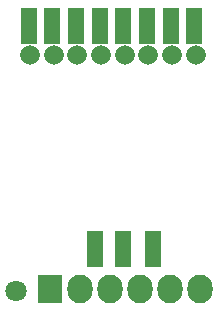
<source format=gbr>
G04 #@! TF.FileFunction,Soldermask,Bot*
%FSLAX46Y46*%
G04 Gerber Fmt 4.6, Leading zero omitted, Abs format (unit mm)*
G04 Created by KiCad (PCBNEW 4.0.7) date 08/12/18 13:26:52*
%MOMM*%
%LPD*%
G01*
G04 APERTURE LIST*
%ADD10C,0.100000*%
%ADD11R,2.127200X2.432000*%
%ADD12O,2.127200X2.432000*%
%ADD13C,1.670000*%
%ADD14C,1.800000*%
%ADD15R,1.400000X3.150000*%
G04 APERTURE END LIST*
D10*
D11*
X105283000Y-109855000D03*
D12*
X107823000Y-109855000D03*
X110363000Y-109855000D03*
X112903000Y-109855000D03*
X115443000Y-109855000D03*
X117983000Y-109855000D03*
D13*
X103617000Y-90043000D03*
X105617000Y-90043000D03*
X107617000Y-90043000D03*
X109617000Y-90043000D03*
X111617000Y-90043000D03*
X113617000Y-90043000D03*
X115617000Y-90043000D03*
X117617000Y-90043000D03*
D14*
X102395000Y-109965000D03*
D15*
X103495000Y-87565000D03*
X105495000Y-87565000D03*
X107495000Y-87565000D03*
X109095000Y-106465000D03*
X109495000Y-87565000D03*
X111495000Y-106465000D03*
X111495000Y-87565000D03*
X113995000Y-106465000D03*
X113495000Y-87565000D03*
X115495000Y-87565000D03*
X117495000Y-87565000D03*
M02*

</source>
